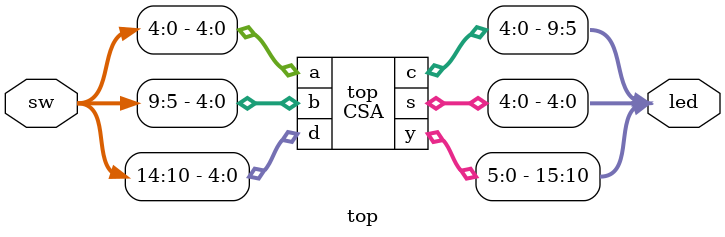
<source format=v>
`timescale 1ns / 1ps

module CSA(a, b, d, s, c,y);
  input [4:0] a, b, d;
  output [4:0] s, c;
  output [5:0]y;

  FA fa0(a[0], b[0], d[0], c[0], s[0]);
  FA fa1(a[1], b[1], d[1], c[1], s[1]);
  FA fa2(a[2], b[2], d[2], c[2], s[2]);
  FA fa3(a[3], b[3], d[3], c[3], s[3]);
  FA fa4(a[4], b[4], d[4], c[4], s[4]);
  
 assign y=s[4:0] + c[4:0];

  initial begin
    $monitor("Sum: %b%b%b%b%b", s[4], s[3], s[2], s[1], s[0]);
    $monitor("Carry: %b%b%b%b%b", c[4], c[3], c[2], c[1], c[0]);
    $monitor("After adding sum and carry : %b", y[4:0]);
    $monitor("After adding sum and carry the final carry is: %b",y[5]);
  end

endmodule

// Full adder 
module FA(a, b, cin, cout, sum);
  input a, b, cin;
  output cout, sum;
  assign sum = a ^ b ^ cin;
  assign cout = (a & b) | (b & cin) | (cin & a);
endmodule

// top module
module top(sw,led);
input [14:0]sw;
output [15:0]led;

CSA top(.a(sw[4:0]),
            .b(sw[9:5]),
            .d(sw[14:10]),
            .s(led[4:0]),
            .c(led[9:5]),
            .y(led[15:10])
            );
endmodule
</source>
